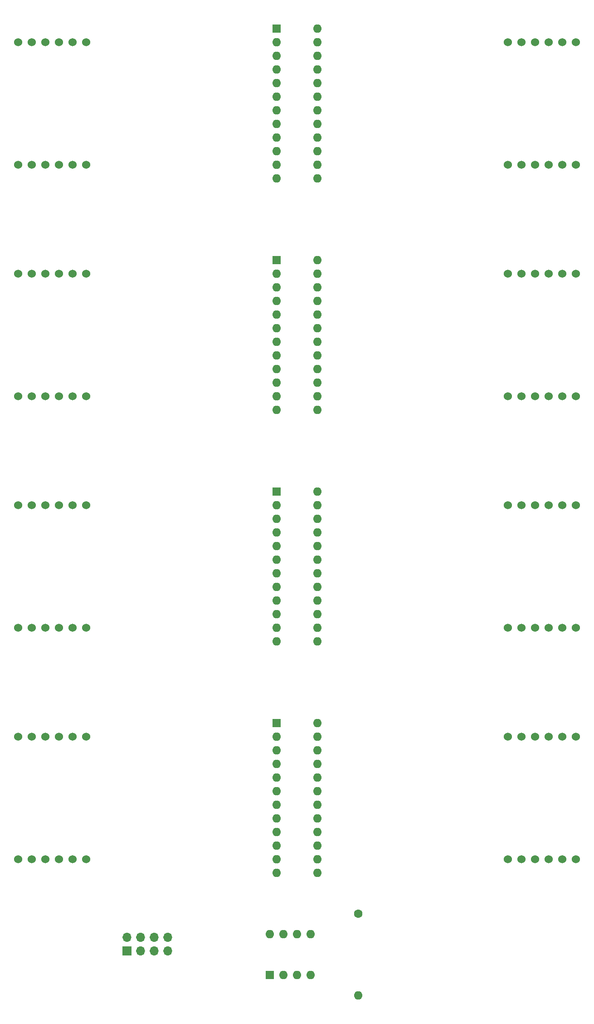
<source format=gbr>
%TF.GenerationSoftware,KiCad,Pcbnew,(5.1.8)-1*%
%TF.CreationDate,2020-12-22T12:57:45-05:00*%
%TF.ProjectId,SSD_Panel,5353445f-5061-46e6-956c-2e6b69636164,rev?*%
%TF.SameCoordinates,Original*%
%TF.FileFunction,Soldermask,Bot*%
%TF.FilePolarity,Negative*%
%FSLAX46Y46*%
G04 Gerber Fmt 4.6, Leading zero omitted, Abs format (unit mm)*
G04 Created by KiCad (PCBNEW (5.1.8)-1) date 2020-12-22 12:57:45*
%MOMM*%
%LPD*%
G01*
G04 APERTURE LIST*
%ADD10O,1.600000X1.600000*%
%ADD11R,1.600000X1.600000*%
%ADD12C,1.524000*%
%ADD13O,1.700000X1.700000*%
%ADD14R,1.700000X1.700000*%
%ADD15C,1.600000*%
G04 APERTURE END LIST*
D10*
%TO.C,U2*%
X99060000Y-188595000D03*
X106680000Y-196215000D03*
X101600000Y-188595000D03*
X104140000Y-196215000D03*
X104140000Y-188595000D03*
X101600000Y-196215000D03*
X106680000Y-188595000D03*
D11*
X99060000Y-196215000D03*
%TD*%
D12*
%TO.C,DS1*%
X52070000Y-174625000D03*
X54610000Y-174625000D03*
X57150000Y-174625000D03*
X59690000Y-174625000D03*
X62230000Y-174625000D03*
X64770000Y-174625000D03*
X64770000Y-151765000D03*
X62230000Y-151765000D03*
X59690000Y-151765000D03*
X57150000Y-151765000D03*
X54610000Y-151765000D03*
X52070000Y-151765000D03*
%TD*%
D11*
%TO.C,U1*%
X100330000Y-149225000D03*
D10*
X107950000Y-177165000D03*
X100330000Y-151765000D03*
X107950000Y-174625000D03*
X100330000Y-154305000D03*
X107950000Y-172085000D03*
X100330000Y-156845000D03*
X107950000Y-169545000D03*
X100330000Y-159385000D03*
X107950000Y-167005000D03*
X100330000Y-161925000D03*
X107950000Y-164465000D03*
X100330000Y-164465000D03*
X107950000Y-161925000D03*
X100330000Y-167005000D03*
X107950000Y-159385000D03*
X100330000Y-169545000D03*
X107950000Y-156845000D03*
X100330000Y-172085000D03*
X107950000Y-154305000D03*
X100330000Y-174625000D03*
X107950000Y-151765000D03*
X100330000Y-177165000D03*
X107950000Y-149225000D03*
%TD*%
D12*
%TO.C,DS2*%
X143510000Y-174625000D03*
X146050000Y-174625000D03*
X148590000Y-174625000D03*
X151130000Y-174625000D03*
X153670000Y-174625000D03*
X156210000Y-174625000D03*
X156210000Y-151765000D03*
X153670000Y-151765000D03*
X151130000Y-151765000D03*
X148590000Y-151765000D03*
X146050000Y-151765000D03*
X143510000Y-151765000D03*
%TD*%
%TO.C,DS7*%
X52070000Y-45085000D03*
X54610000Y-45085000D03*
X57150000Y-45085000D03*
X59690000Y-45085000D03*
X62230000Y-45085000D03*
X64770000Y-45085000D03*
X64770000Y-22225000D03*
X62230000Y-22225000D03*
X59690000Y-22225000D03*
X57150000Y-22225000D03*
X54610000Y-22225000D03*
X52070000Y-22225000D03*
%TD*%
D11*
%TO.C,U5*%
X100330000Y-19685000D03*
D10*
X107950000Y-47625000D03*
X100330000Y-22225000D03*
X107950000Y-45085000D03*
X100330000Y-24765000D03*
X107950000Y-42545000D03*
X100330000Y-27305000D03*
X107950000Y-40005000D03*
X100330000Y-29845000D03*
X107950000Y-37465000D03*
X100330000Y-32385000D03*
X107950000Y-34925000D03*
X100330000Y-34925000D03*
X107950000Y-32385000D03*
X100330000Y-37465000D03*
X107950000Y-29845000D03*
X100330000Y-40005000D03*
X107950000Y-27305000D03*
X100330000Y-42545000D03*
X107950000Y-24765000D03*
X100330000Y-45085000D03*
X107950000Y-22225000D03*
X100330000Y-47625000D03*
X107950000Y-19685000D03*
%TD*%
D12*
%TO.C,DS8*%
X143510000Y-45085000D03*
X146050000Y-45085000D03*
X148590000Y-45085000D03*
X151130000Y-45085000D03*
X153670000Y-45085000D03*
X156210000Y-45085000D03*
X156210000Y-22225000D03*
X153670000Y-22225000D03*
X151130000Y-22225000D03*
X148590000Y-22225000D03*
X146050000Y-22225000D03*
X143510000Y-22225000D03*
%TD*%
%TO.C,DS5*%
X52070000Y-88265000D03*
X54610000Y-88265000D03*
X57150000Y-88265000D03*
X59690000Y-88265000D03*
X62230000Y-88265000D03*
X64770000Y-88265000D03*
X64770000Y-65405000D03*
X62230000Y-65405000D03*
X59690000Y-65405000D03*
X57150000Y-65405000D03*
X54610000Y-65405000D03*
X52070000Y-65405000D03*
%TD*%
D11*
%TO.C,U4*%
X100330000Y-62865000D03*
D10*
X107950000Y-90805000D03*
X100330000Y-65405000D03*
X107950000Y-88265000D03*
X100330000Y-67945000D03*
X107950000Y-85725000D03*
X100330000Y-70485000D03*
X107950000Y-83185000D03*
X100330000Y-73025000D03*
X107950000Y-80645000D03*
X100330000Y-75565000D03*
X107950000Y-78105000D03*
X100330000Y-78105000D03*
X107950000Y-75565000D03*
X100330000Y-80645000D03*
X107950000Y-73025000D03*
X100330000Y-83185000D03*
X107950000Y-70485000D03*
X100330000Y-85725000D03*
X107950000Y-67945000D03*
X100330000Y-88265000D03*
X107950000Y-65405000D03*
X100330000Y-90805000D03*
X107950000Y-62865000D03*
%TD*%
D12*
%TO.C,DS6*%
X143510000Y-88265000D03*
X146050000Y-88265000D03*
X148590000Y-88265000D03*
X151130000Y-88265000D03*
X153670000Y-88265000D03*
X156210000Y-88265000D03*
X156210000Y-65405000D03*
X153670000Y-65405000D03*
X151130000Y-65405000D03*
X148590000Y-65405000D03*
X146050000Y-65405000D03*
X143510000Y-65405000D03*
%TD*%
%TO.C,DS3*%
X52070000Y-131445000D03*
X54610000Y-131445000D03*
X57150000Y-131445000D03*
X59690000Y-131445000D03*
X62230000Y-131445000D03*
X64770000Y-131445000D03*
X64770000Y-108585000D03*
X62230000Y-108585000D03*
X59690000Y-108585000D03*
X57150000Y-108585000D03*
X54610000Y-108585000D03*
X52070000Y-108585000D03*
%TD*%
D11*
%TO.C,U3*%
X100330000Y-106045000D03*
D10*
X107950000Y-133985000D03*
X100330000Y-108585000D03*
X107950000Y-131445000D03*
X100330000Y-111125000D03*
X107950000Y-128905000D03*
X100330000Y-113665000D03*
X107950000Y-126365000D03*
X100330000Y-116205000D03*
X107950000Y-123825000D03*
X100330000Y-118745000D03*
X107950000Y-121285000D03*
X100330000Y-121285000D03*
X107950000Y-118745000D03*
X100330000Y-123825000D03*
X107950000Y-116205000D03*
X100330000Y-126365000D03*
X107950000Y-113665000D03*
X100330000Y-128905000D03*
X107950000Y-111125000D03*
X100330000Y-131445000D03*
X107950000Y-108585000D03*
X100330000Y-133985000D03*
X107950000Y-106045000D03*
%TD*%
D12*
%TO.C,DS4*%
X143510000Y-131445000D03*
X146050000Y-131445000D03*
X148590000Y-131445000D03*
X151130000Y-131445000D03*
X153670000Y-131445000D03*
X156210000Y-131445000D03*
X156210000Y-108585000D03*
X153670000Y-108585000D03*
X151130000Y-108585000D03*
X148590000Y-108585000D03*
X146050000Y-108585000D03*
X143510000Y-108585000D03*
%TD*%
D13*
%TO.C,J1*%
X80010000Y-189230000D03*
X80010000Y-191770000D03*
X77470000Y-189230000D03*
X77470000Y-191770000D03*
X74930000Y-189230000D03*
X74930000Y-191770000D03*
X72390000Y-189230000D03*
D14*
X72390000Y-191770000D03*
%TD*%
D10*
%TO.C,R1*%
X115570000Y-200025000D03*
D15*
X115570000Y-184785000D03*
%TD*%
M02*

</source>
